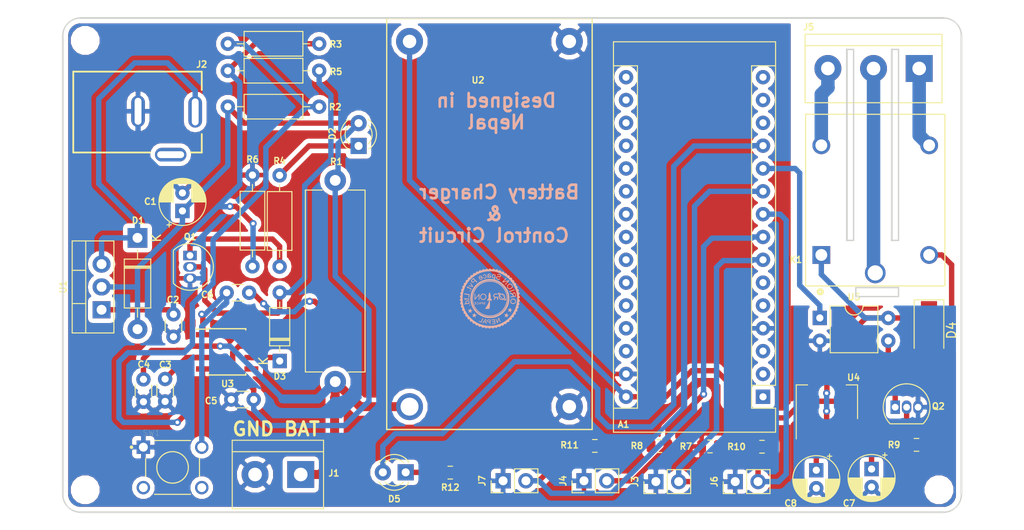
<source format=kicad_pcb>
(kicad_pcb (version 20171130) (host pcbnew "(5.0.1)-3")
  (layers (0 F.Cu signal) (31 B.Cu signal) (34 B.Paste user) (35 F.Paste user) (36 B.SilkS user) (37 F.SilkS user) (38 B.Mask user) (39 F.Mask user) (44 Edge.Cuts user))
  (net 0 "")
  (net 1 "Net-(Q1-Pad1)")
  (net 2 GND)
  (net 3 LOGIC-OUTPUT)
  (net 4 "Net-(Q2-Pad2)")
  (net 5 GEN1)
  (net 6 GEN2)
  (net 7 NEA)
  (net 8 BUSBAR)
  (net 9 "Net-(C1-Pad1)")
  (net 10 "Net-(C2-Pad1)")
  (net 11 "Net-(C3-Pad1)")
  (net 12 "Net-(C6-Pad2)")
  (net 13 "Net-(C6-Pad1)")
  (net 14 "Net-(D1-Pad1)")
  (net 15 "Net-(D2-Pad1)")
  (net 16 "Net-(D3-Pad1)")
  (net 17 "Net-(D3-Pad2)")
  (net 18 "Net-(D4-Pad2)")
  (net 19 BAT)
  (net 20 7V)
  (net 21 5V)
  (net 22 "Net-(J5-Pad1)")
  (net 23 "Net-(R9-Pad2)")
  (net 24 "Net-(A1-Pad12)")
  (net 25 "Net-(D5-Pad1)")
  (net 26 "Net-(J5-Pad2)")
  (net 27 "Net-(J5-Pad3)")
  (module MountingHole:MountingHole_2.2mm_M2 (layer F.Cu) (at 185.5 112.5)
    (fp_text reference MH3 hide)
    (fp_text value MountingHole_2.2mm_M2)
    (pad 1 np_thru_hole circle (at 0 0) (size 2.2 2.2) (drill 2.2) (layers *.Cu *.Mask))
  )
  (module MountingHole:MountingHole_2.2mm_M2 (layer F.Cu) (at 90.5 62.5)
    (fp_text reference MH2 hide)
    (fp_text value MountingHole_2.2mm_M2)
    (pad 1 np_thru_hole circle (at 0 0) (size 2.2 2.2) (drill 2.2) (layers *.Cu *.Mask))
  )
  (module Module:Arduino_Nano (layer F.Cu) (at 165.92 102.15 180)
    (fp_text reference A1 (at 15.51 -3.08 180) (layer F.SilkS) (effects (font (size 0.7 0.7))))
    (fp_text value Arduino_Nano_v3.x)
    (pad 1 thru_hole rect (at 0 0 180) (size 1.6 1.6) (drill 0.8) (layers *.Cu *.Mask))
    (pad 17 thru_hole oval (at 15.24 33.02 180) (size 1.6 1.6) (drill 0.8) (layers *.Cu *.Mask))
    (pad 2 thru_hole oval (at 0 2.54 180) (size 1.6 1.6) (drill 0.8) (layers *.Cu *.Mask))
    (pad 18 thru_hole oval (at 15.24 30.48 180) (size 1.6 1.6) (drill 0.8) (layers *.Cu *.Mask))
    (pad 3 thru_hole oval (at 0 5.08 180) (size 1.6 1.6) (drill 0.8) (layers *.Cu *.Mask))
    (pad 19 thru_hole oval (at 15.24 27.94 180) (size 1.6 1.6) (drill 0.8) (layers *.Cu *.Mask))
    (pad 4 thru_hole oval (at 0 7.62 180) (size 1.6 1.6) (drill 0.8) (layers *.Cu *.Mask) (net 2 GND))
    (pad 20 thru_hole oval (at 15.24 25.4 180) (size 1.6 1.6) (drill 0.8) (layers *.Cu *.Mask))
    (pad 5 thru_hole oval (at 0 10.16 180) (size 1.6 1.6) (drill 0.8) (layers *.Cu *.Mask))
    (pad 21 thru_hole oval (at 15.24 22.86 180) (size 1.6 1.6) (drill 0.8) (layers *.Cu *.Mask))
    (pad 6 thru_hole oval (at 0 12.7 180) (size 1.6 1.6) (drill 0.8) (layers *.Cu *.Mask))
    (pad 22 thru_hole oval (at 15.24 20.32 180) (size 1.6 1.6) (drill 0.8) (layers *.Cu *.Mask))
    (pad 7 thru_hole oval (at 0 15.24 180) (size 1.6 1.6) (drill 0.8) (layers *.Cu *.Mask) (net 5 GEN1))
    (pad 23 thru_hole oval (at 15.24 17.78 180) (size 1.6 1.6) (drill 0.8) (layers *.Cu *.Mask))
    (pad 8 thru_hole oval (at 0 17.78 180) (size 1.6 1.6) (drill 0.8) (layers *.Cu *.Mask) (net 6 GEN2))
    (pad 24 thru_hole oval (at 15.24 15.24 180) (size 1.6 1.6) (drill 0.8) (layers *.Cu *.Mask))
    (pad 9 thru_hole oval (at 0 20.32 180) (size 1.6 1.6) (drill 0.8) (layers *.Cu *.Mask) (net 7 NEA))
    (pad 25 thru_hole oval (at 15.24 12.7 180) (size 1.6 1.6) (drill 0.8) (layers *.Cu *.Mask))
    (pad 10 thru_hole oval (at 0 22.86 180) (size 1.6 1.6) (drill 0.8) (layers *.Cu *.Mask) (net 8 BUSBAR))
    (pad 26 thru_hole oval (at 15.24 10.16 180) (size 1.6 1.6) (drill 0.8) (layers *.Cu *.Mask))
    (pad 11 thru_hole oval (at 0 25.4 180) (size 1.6 1.6) (drill 0.8) (layers *.Cu *.Mask) (net 3 LOGIC-OUTPUT))
    (pad 27 thru_hole oval (at 15.24 7.62 180) (size 1.6 1.6) (drill 0.8) (layers *.Cu *.Mask))
    (pad 12 thru_hole oval (at 0 27.94 180) (size 1.6 1.6) (drill 0.8) (layers *.Cu *.Mask) (net 24 "Net-(A1-Pad12)"))
    (pad 28 thru_hole oval (at 15.24 5.08 180) (size 1.6 1.6) (drill 0.8) (layers *.Cu *.Mask))
    (pad 13 thru_hole oval (at 0 30.48 180) (size 1.6 1.6) (drill 0.8) (layers *.Cu *.Mask))
    (pad 29 thru_hole oval (at 15.24 2.54 180) (size 1.6 1.6) (drill 0.8) (layers *.Cu *.Mask) (net 2 GND))
    (pad 14 thru_hole oval (at 0 33.02 180) (size 1.6 1.6) (drill 0.8) (layers *.Cu *.Mask))
    (pad 30 thru_hole oval (at 15.24 0 180) (size 1.6 1.6) (drill 0.8) (layers *.Cu *.Mask) (net 20 7V))
    (pad 15 thru_hole oval (at 0 35.56 180) (size 1.6 1.6) (drill 0.8) (layers *.Cu *.Mask))
    (pad 16 thru_hole oval (at 15.24 35.56 180) (size 1.6 1.6) (drill 0.8) (layers *.Cu *.Mask))
  )
  (module Capacitor_THT:CP_Radial_D5.0mm_P2.00mm (layer F.Cu) (at 101.32 81.47 90)
    (fp_text reference C1 (at 1.05 -3.57 180) (layer F.SilkS) (effects (font (size 0.7 0.7))))
    (fp_text value CP)
    (pad 1 thru_hole rect (at 0 0 90) (size 1.6 1.6) (drill 0.8) (layers *.Cu *.Mask) (net 9 "Net-(C1-Pad1)"))
    (pad 2 thru_hole circle (at 2 0 90) (size 1.6 1.6) (drill 0.8) (layers *.Cu *.Mask) (net 2 GND))
  )
  (module Capacitor_THT:C_Disc_D3.0mm_W1.6mm_P2.50mm (layer F.Cu) (at 100.32 92.97 270)
    (fp_text reference C2 (at -1.61 0.05) (layer F.SilkS) (effects (font (size 0.7 0.7))))
    (fp_text value C_Small)
    (pad 1 thru_hole circle (at 0 0 270) (size 1.6 1.6) (drill 0.8) (layers *.Cu *.Mask) (net 10 "Net-(C2-Pad1)"))
    (pad 2 thru_hole circle (at 2.5 0 270) (size 1.6 1.6) (drill 0.8) (layers *.Cu *.Mask) (net 2 GND))
  )
  (module Capacitor_THT:C_Disc_D3.0mm_W1.6mm_P2.50mm (layer F.Cu) (at 99.39 100.17 270)
    (fp_text reference C3 (at -1.58 -0.02) (layer F.SilkS) (effects (font (size 0.7 0.7))))
    (fp_text value 10pf)
    (pad 1 thru_hole circle (at 0 0 270) (size 1.6 1.6) (drill 0.8) (layers *.Cu *.Mask) (net 11 "Net-(C3-Pad1)"))
    (pad 2 thru_hole circle (at 2.5 0 270) (size 1.6 1.6) (drill 0.8) (layers *.Cu *.Mask) (net 2 GND))
  )
  (module Capacitor_THT:C_Disc_D3.0mm_W1.6mm_P2.50mm (layer F.Cu) (at 96.98 100.21 270)
    (fp_text reference C4 (at -1.66 -0.04) (layer F.SilkS) (effects (font (size 0.7 0.7))))
    (fp_text value C_Small)
    (pad 2 thru_hole circle (at 2.5 0 270) (size 1.6 1.6) (drill 0.8) (layers *.Cu *.Mask) (net 2 GND))
    (pad 1 thru_hole circle (at 0 0 270) (size 1.6 1.6) (drill 0.8) (layers *.Cu *.Mask) (net 19 BAT))
  )
  (module Capacitor_THT:C_Disc_D3.0mm_W1.6mm_P2.50mm (layer F.Cu) (at 109.25 102.46 180)
    (fp_text reference C5 (at 4.74 -0.14 180) (layer F.SilkS) (effects (font (size 0.7 0.7))))
    (fp_text value 100nf)
    (pad 2 thru_hole circle (at 2.5 0 180) (size 1.6 1.6) (drill 0.8) (layers *.Cu *.Mask) (net 2 GND))
    (pad 1 thru_hole circle (at 0 0 180) (size 1.6 1.6) (drill 0.8) (layers *.Cu *.Mask) (net 9 "Net-(C1-Pad1)"))
  )
  (module Capacitor_THT:C_Disc_D3.0mm_W1.6mm_P2.50mm (layer F.Cu) (at 106.24 90.57)
    (fp_text reference C6 (at -2.15 0.22) (layer F.SilkS) (effects (font (size 0.7 0.7))))
    (fp_text value C_Small)
    (pad 1 thru_hole circle (at 0 0) (size 1.6 1.6) (drill 0.8) (layers *.Cu *.Mask) (net 13 "Net-(C6-Pad1)"))
    (pad 2 thru_hole circle (at 2.5 0) (size 1.6 1.6) (drill 0.8) (layers *.Cu *.Mask) (net 12 "Net-(C6-Pad2)"))
  )
  (module Capacitor_THT:CP_Radial_D5.0mm_P2.00mm (layer F.Cu) (at 178 110.19 270)
    (fp_text reference C7 (at 3.81 2.5) (layer F.SilkS) (effects (font (size 0.7 0.7))))
    (fp_text value CP)
    (pad 1 thru_hole rect (at 0 0 270) (size 1.6 1.6) (drill 0.8) (layers *.Cu *.Mask) (net 20 7V))
    (pad 2 thru_hole circle (at 2 0 270) (size 1.6 1.6) (drill 0.8) (layers *.Cu *.Mask) (net 2 GND))
  )
  (module Capacitor_THT:CP_Radial_D5.0mm_P2.00mm (layer F.Cu) (at 171.85 110.32 270)
    (fp_text reference C8 (at 3.68 2.85) (layer F.SilkS) (effects (font (size 0.7 0.7))))
    (fp_text value CP)
    (pad 2 thru_hole circle (at 2 0 270) (size 1.6 1.6) (drill 0.8) (layers *.Cu *.Mask) (net 2 GND))
    (pad 1 thru_hole rect (at 0 0 270) (size 1.6 1.6) (drill 0.8) (layers *.Cu *.Mask) (net 21 5V))
  )
  (module Diode_THT:D_DO-41_SOD81_P10.16mm_Horizontal (layer F.Cu) (at 96.32 84.47 270)
    (fp_text reference D1 (at -1.93 -0.06) (layer F.SilkS) (effects (font (size 0.7 0.7))))
    (fp_text value 1N4007)
    (fp_text user K (at 0 -2.1 270) (layer F.SilkS))
    (pad 1 thru_hole rect (at 0 0 270) (size 2.2 2.2) (drill 1.1) (layers *.Cu *.Mask) (net 14 "Net-(D1-Pad1)"))
    (pad 2 thru_hole oval (at 10.16 0 270) (size 2.2 2.2) (drill 1.1) (layers *.Cu *.Mask) (net 9 "Net-(C1-Pad1)"))
  )
  (module LED_THT:LED_D3.0mm (layer F.Cu) (at 120.92 74.24 90)
    (fp_text reference D2 (at 1.36 -2.92 90) (layer F.SilkS) (effects (font (size 0.7 0.7))))
    (fp_text value LED)
    (pad 1 thru_hole rect (at 0 0 90) (size 1.8 1.8) (drill 0.9) (layers *.Cu *.Mask) (net 15 "Net-(D2-Pad1)"))
    (pad 2 thru_hole circle (at 2.54 0 90) (size 1.8 1.8) (drill 0.9) (layers *.Cu *.Mask) (net 9 "Net-(C1-Pad1)"))
  )
  (module Diode_THT:D_DO-35_SOD27_P7.62mm_Horizontal (layer F.Cu) (at 112.14 98.17 90)
    (fp_text reference D3 (at -1.7 0.01 180) (layer F.SilkS) (effects (font (size 0.7 0.7))))
    (fp_text value 1N4148)
    (fp_text user K (at 0 -1.8 90) (layer F.SilkS))
    (pad 1 thru_hole rect (at 0 0 90) (size 1.6 1.6) (drill 0.8) (layers *.Cu *.Mask) (net 16 "Net-(D3-Pad1)"))
    (pad 2 thru_hole oval (at 7.62 0 90) (size 1.6 1.6) (drill 0.8) (layers *.Cu *.Mask) (net 17 "Net-(D3-Pad2)"))
  )
  (module TerminalBlock:TerminalBlock_bornier-2_P5.08mm (layer F.Cu) (at 114.48 110.8 180)
    (fp_text reference J1 (at -3.69 0.15 180) (layer F.SilkS) (effects (font (size 0.7 0.7))))
    (fp_text value BATTERY)
    (pad 1 thru_hole rect (at 0 0 180) (size 3 3) (drill 1.52) (layers *.Cu *.Mask) (net 19 BAT))
    (pad 2 thru_hole circle (at 5.08 0 180) (size 3 3) (drill 1.52) (layers *.Cu *.Mask) (net 2 GND))
  )
  (module Connector_PinHeader_2.54mm:PinHeader_1x02_P2.54mm_Vertical (layer F.Cu) (at 154 111.59 90)
    (fp_text reference J3 (at 0 -2.33 90) (layer F.SilkS) (effects (font (size 0.7 0.7))))
    (fp_text value GENERATOR-1)
    (pad 1 thru_hole rect (at 0 0 90) (size 1.7 1.7) (drill 1) (layers *.Cu *.Mask) (net 2 GND))
    (pad 2 thru_hole oval (at 0 2.54 90) (size 1.7 1.7) (drill 1) (layers *.Cu *.Mask) (net 5 GEN1))
  )
  (module Connector_PinHeader_2.54mm:PinHeader_1x02_P2.54mm_Vertical (layer F.Cu) (at 146 111.5 90)
    (fp_text reference J4 (at 0 -2.33 90) (layer F.SilkS) (effects (font (size 0.7 0.7))))
    (fp_text value GENERATOR-2)
    (pad 2 thru_hole oval (at 0 2.54 90) (size 1.7 1.7) (drill 1) (layers *.Cu *.Mask) (net 6 GEN2))
    (pad 1 thru_hole rect (at 0 0 90) (size 1.7 1.7) (drill 1) (layers *.Cu *.Mask) (net 2 GND))
  )
  (module Connector_PinHeader_2.54mm:PinHeader_1x02_P2.54mm_Vertical (layer F.Cu) (at 162.83 111.59 90)
    (fp_text reference J6 (at 0 -2.33 90) (layer F.SilkS) (effects (font (size 0.7 0.7))))
    (fp_text value NEA)
    (pad 1 thru_hole rect (at 0 0 90) (size 1.7 1.7) (drill 1) (layers *.Cu *.Mask) (net 2 GND))
    (pad 2 thru_hole oval (at 0 2.54 90) (size 1.7 1.7) (drill 1) (layers *.Cu *.Mask) (net 7 NEA))
  )
  (module Connector_PinHeader_2.54mm:PinHeader_1x02_P2.54mm_Vertical (layer F.Cu) (at 137 111.5 90)
    (fp_text reference J7 (at 0 -2.33 90) (layer F.SilkS) (effects (font (size 0.7 0.7))))
    (fp_text value BUSBAR)
    (pad 2 thru_hole oval (at 0 2.54 90) (size 1.7 1.7) (drill 1) (layers *.Cu *.Mask) (net 8 BUSBAR))
    (pad 1 thru_hole rect (at 0 0 90) (size 1.7 1.7) (drill 1) (layers *.Cu *.Mask) (net 2 GND))
  )
  (module SRD-05VDC-SL-C-7:RELAY_SRD-05VDC-SL-C-2 (layer F.Cu) (at 178.41 80.27 90)
    (fp_text reference K1 (at -6.62563 -8.83584 -180) (layer F.SilkS) (effects (font (size 0.7 0.7))))
    (fp_text value SRD-05VDC-SL-C)
    (pad A1 thru_hole rect (at -6.1 -6 90) (size 1.98 1.98) (drill 1.32) (layers *.Cu *.Mask) (net 21 5V))
    (pad COM thru_hole circle (at -8.1 0 90) (size 2.3 2.3) (drill 1.7) (layers *.Cu *.Mask) (net 26 "Net-(J5-Pad2)"))
    (pad A2 thru_hole circle (at -6.1 6 90) (size 1.98 1.98) (drill 1.32) (layers *.Cu *.Mask) (net 18 "Net-(D4-Pad2)"))
    (pad NO thru_hole circle (at 6.1 6 90) (size 1.98 1.98) (drill 1.32) (layers *.Cu *.Mask) (net 22 "Net-(J5-Pad1)"))
    (pad NC thru_hole circle (at 6.1 -6 90) (size 1.98 1.98) (drill 1.32) (layers *.Cu *.Mask) (net 27 "Net-(J5-Pad3)"))
  )
  (module Package_TO_SOT_THT:TO-92_Inline (layer F.Cu) (at 102.16 86.43 270)
    (fp_text reference Q1 (at -2.07 -0.02) (layer F.SilkS) (effects (font (size 0.7 0.7))))
    (fp_text value 2N3906)
    (pad 2 thru_hole oval (at 1.27 0 270) (size 1.05 1.5) (drill 0.75) (layers *.Cu *.Mask) (net 17 "Net-(D3-Pad2)"))
    (pad 3 thru_hole oval (at 2.54 0 270) (size 1.05 1.5) (drill 0.75) (layers *.Cu *.Mask) (net 2 GND))
    (pad 1 thru_hole rect (at 0 0 270) (size 1.05 1.5) (drill 0.75) (layers *.Cu *.Mask) (net 1 "Net-(Q1-Pad1)"))
  )
  (module Package_TO_SOT_THT:TO-92_Inline (layer F.Cu) (at 180.63 103.31)
    (fp_text reference Q2 (at 4.8 -0.1) (layer F.SilkS) (effects (font (size 0.7 0.7))))
    (fp_text value BC547)
    (pad 1 thru_hole rect (at 0 0) (size 1.05 1.5) (drill 0.75) (layers *.Cu *.Mask) (net 18 "Net-(D4-Pad2)"))
    (pad 3 thru_hole oval (at 2.54 0) (size 1.05 1.5) (drill 0.75) (layers *.Cu *.Mask) (net 2 GND))
    (pad 2 thru_hole oval (at 1.27 0) (size 1.05 1.5) (drill 0.75) (layers *.Cu *.Mask) (net 4 "Net-(Q2-Pad2)"))
  )
  (module Resistor_THT:R_Axial_Power_L20.0mm_W6.4mm_P22.40mm (layer F.Cu) (at 118.32 100.47 90)
    (fp_text reference R1 (at 24.48 0.12 180) (layer F.SilkS) (effects (font (size 0.7 0.7))))
    (fp_text value R_Small)
    (pad 1 thru_hole circle (at 0 0 90) (size 2.4 2.4) (drill 1.2) (layers *.Cu *.Mask) (net 19 BAT))
    (pad 2 thru_hole oval (at 22.4 0 90) (size 2.4 2.4) (drill 1.2) (layers *.Cu *.Mask) (net 9 "Net-(C1-Pad1)"))
  )
  (module Resistor_THT:R_Axial_DIN0207_L6.3mm_D2.5mm_P10.16mm_Horizontal (layer F.Cu) (at 106.37 69.87)
    (fp_text reference R2 (at 11.95 0.04) (layer F.SilkS) (effects (font (size 0.7 0.7))))
    (fp_text value R_Small)
    (pad 1 thru_hole circle (at 0 0) (size 1.6 1.6) (drill 0.8) (layers *.Cu *.Mask) (net 9 "Net-(C1-Pad1)"))
    (pad 2 thru_hole oval (at 10.16 0) (size 1.6 1.6) (drill 0.8) (layers *.Cu *.Mask) (net 11 "Net-(C3-Pad1)"))
  )
  (module Resistor_THT:R_Axial_DIN0207_L6.3mm_D2.5mm_P10.16mm_Horizontal (layer F.Cu) (at 106.37 62.87)
    (fp_text reference R3 (at 12.02 0.05) (layer F.SilkS) (effects (font (size 0.7 0.7))))
    (fp_text value R_Small)
    (pad 1 thru_hole circle (at 0 0) (size 1.6 1.6) (drill 0.8) (layers *.Cu *.Mask) (net 11 "Net-(C3-Pad1)"))
    (pad 2 thru_hole oval (at 10.16 0) (size 1.6 1.6) (drill 0.8) (layers *.Cu *.Mask) (net 10 "Net-(C2-Pad1)"))
  )
  (module Resistor_THT:R_Axial_DIN0207_L6.3mm_D2.5mm_P10.16mm_Horizontal (layer F.Cu) (at 112.13 77.51 270)
    (fp_text reference R4 (at -1.6 0) (layer F.SilkS) (effects (font (size 0.7 0.7))))
    (fp_text value R)
    (pad 1 thru_hole circle (at 0 0 270) (size 1.6 1.6) (drill 0.8) (layers *.Cu *.Mask) (net 15 "Net-(D2-Pad1)"))
    (pad 2 thru_hole oval (at 10.16 0 270) (size 1.6 1.6) (drill 0.8) (layers *.Cu *.Mask) (net 1 "Net-(Q1-Pad1)"))
  )
  (module Resistor_THT:R_Axial_DIN0207_L6.3mm_D2.5mm_P10.16mm_Horizontal (layer F.Cu) (at 106.37 65.87)
    (fp_text reference R5 (at 12.04 0.11) (layer F.SilkS) (effects (font (size 0.7 0.7))))
    (fp_text value R)
    (pad 2 thru_hole oval (at 10.16 0) (size 1.6 1.6) (drill 0.8) (layers *.Cu *.Mask) (net 17 "Net-(D3-Pad2)"))
    (pad 1 thru_hole circle (at 0 0) (size 1.6 1.6) (drill 0.8) (layers *.Cu *.Mask) (net 10 "Net-(C2-Pad1)"))
  )
  (module Resistor_THT:R_Axial_DIN0207_L6.3mm_D2.5mm_P10.16mm_Horizontal (layer F.Cu) (at 109.11 87.64 90)
    (fp_text reference R6 (at 11.9 0.01 180) (layer F.SilkS) (effects (font (size 0.7 0.7))))
    (fp_text value R)
    (pad 2 thru_hole oval (at 10.16 0 90) (size 1.6 1.6) (drill 0.8) (layers *.Cu *.Mask) (net 2 GND))
    (pad 1 thru_hole circle (at 0 0 90) (size 1.6 1.6) (drill 0.8) (layers *.Cu *.Mask) (net 10 "Net-(C2-Pad1)"))
  )
  (module Resistor_SMD:R_0805_2012Metric (layer F.Cu) (at 160.03 107.68 180)
    (fp_text reference R7 (at 2.69 0 180) (layer F.SilkS) (effects (font (size 0.7 0.7))))
    (fp_text value 10K)
    (pad 1 smd roundrect (at -0.9375 0 180) (size 0.975 1.4) (layers F.Cu F.Paste F.Mask) (net 5 GEN1))
    (pad 2 smd roundrect (at 0.9375 0 180) (size 0.975 1.4) (layers F.Cu F.Paste F.Mask) (net 2 GND))
  )
  (module Resistor_SMD:R_0805_2012Metric (layer F.Cu) (at 154.402 107.64 180)
    (fp_text reference R8 (at 2.52 0.03 180) (layer F.SilkS) (effects (font (size 0.7 0.7))))
    (fp_text value 10K)
    (pad 2 smd roundrect (at 0.9375 0 180) (size 0.975 1.4) (layers F.Cu F.Paste F.Mask) (net 2 GND))
    (pad 1 smd roundrect (at -0.9375 0 180) (size 0.975 1.4) (layers F.Cu F.Paste F.Mask) (net 6 GEN2))
  )
  (module Resistor_SMD:R_0805_2012Metric (layer F.Cu) (at 183 107.5 180)
    (fp_text reference R9 (at 2.5 0) (layer F.SilkS) (effects (font (size 0.7 0.7))))
    (fp_text value 1K)
    (pad 1 smd roundrect (at -0.9375 0 180) (size 0.975 1.4) (layers F.Cu F.Paste F.Mask) (net 4 "Net-(Q2-Pad2)"))
    (pad 2 smd roundrect (at 0.9375 0 180) (size 0.975 1.4) (layers F.Cu F.Paste F.Mask) (net 23 "Net-(R9-Pad2)"))
  )
  (module Resistor_SMD:R_0805_2012Metric (layer F.Cu) (at 165.81 107.71 180)
    (fp_text reference R10 (at 2.84 0 180) (layer F.SilkS) (effects (font (size 0.7 0.7))))
    (fp_text value 10K)
    (pad 1 smd roundrect (at -0.9375 0 180) (size 0.975 1.4) (layers F.Cu F.Paste F.Mask) (net 7 NEA))
    (pad 2 smd roundrect (at 0.9375 0 180) (size 0.975 1.4) (layers F.Cu F.Paste F.Mask) (net 2 GND))
  )
  (module Resistor_SMD:R_0805_2012Metric (layer F.Cu) (at 147.208 107.62 180)
    (fp_text reference R11 (at 2.8075 0.09 180) (layer F.SilkS) (effects (font (size 0.7 0.7))))
    (fp_text value 10K)
    (pad 2 smd roundrect (at 0.9375 0 180) (size 0.975 1.4) (layers F.Cu F.Paste F.Mask) (net 2 GND))
    (pad 1 smd roundrect (at -0.9375 0 180) (size 0.975 1.4) (layers F.Cu F.Paste F.Mask) (net 8 BUSBAR))
  )
  (module Package_SO:SOIC-8_3.9x4.9mm_P1.27mm (layer F.Cu) (at 106.29 97.15)
    (fp_text reference U3 (at 0.05 3.55) (layer F.SilkS) (effects (font (size 0.7 0.7))))
    (fp_text value LM301)
    (pad 1 smd rect (at -2.7 -1.905) (size 1.55 0.6) (layers F.Cu F.Paste F.Mask) (net 13 "Net-(C6-Pad1)"))
    (pad 2 smd rect (at -2.7 -0.635) (size 1.55 0.6) (layers F.Cu F.Paste F.Mask) (net 19 BAT))
    (pad 3 smd rect (at -2.7 0.635) (size 1.55 0.6) (layers F.Cu F.Paste F.Mask) (net 11 "Net-(C3-Pad1)"))
    (pad 4 smd rect (at -2.7 1.905) (size 1.55 0.6) (layers F.Cu F.Paste F.Mask) (net 2 GND))
    (pad 5 smd rect (at 2.7 1.905) (size 1.55 0.6) (layers F.Cu F.Paste F.Mask))
    (pad 6 smd rect (at 2.7 0.635) (size 1.55 0.6) (layers F.Cu F.Paste F.Mask) (net 16 "Net-(D3-Pad1)"))
    (pad 7 smd rect (at 2.7 -0.635) (size 1.55 0.6) (layers F.Cu F.Paste F.Mask) (net 9 "Net-(C1-Pad1)"))
    (pad 8 smd rect (at 2.7 -1.905) (size 1.55 0.6) (layers F.Cu F.Paste F.Mask) (net 12 "Net-(C6-Pad2)"))
  )
  (module Package_TO_SOT_SMD:SOT-223-3_TabPin2 (layer F.Cu) (at 173.03 102.74 90)
    (fp_text reference U4 (at 2.74 2.97 180) (layer F.SilkS) (effects (font (size 0.7 0.7))))
    (fp_text value AMS1117-5.0)
    (pad 2 smd rect (at 3.15 0 90) (size 2 3.8) (layers F.Cu F.Paste F.Mask) (net 21 5V))
    (pad 2 smd rect (at -3.15 0 90) (size 2 1.5) (layers F.Cu F.Paste F.Mask) (net 21 5V))
    (pad 3 smd rect (at -3.15 2.3 90) (size 2 1.5) (layers F.Cu F.Paste F.Mask) (net 20 7V))
    (pad 1 smd rect (at -3.15 -2.3 90) (size 2 1.5) (layers F.Cu F.Paste F.Mask) (net 2 GND))
  )
  (module Package_DIP:DIP-4_W7.62mm (layer F.Cu) (at 172.24 93.38)
    (fp_text reference U5 (at 3.81 -2.33) (layer F.SilkS) (effects (font (size 0.7 0.7))))
    (fp_text value PC817)
    (pad 1 thru_hole rect (at 0 0) (size 1.6 1.6) (drill 0.8) (layers *.Cu *.Mask) (net 3 LOGIC-OUTPUT))
    (pad 3 thru_hole oval (at 7.62 2.54) (size 1.6 1.6) (drill 0.8) (layers *.Cu *.Mask) (net 23 "Net-(R9-Pad2)"))
    (pad 2 thru_hole oval (at 0 2.54) (size 1.6 1.6) (drill 0.8) (layers *.Cu *.Mask) (net 2 GND))
    (pad 4 thru_hole oval (at 7.62 0) (size 1.6 1.6) (drill 0.8) (layers *.Cu *.Mask) (net 21 5V))
  )
  (module Buck_3A:DCJ200-10-A-XX-X_REVA (layer F.Cu) (at 96.32 70.47 270)
    (fp_text reference J2 (at -5.31 -7.14) (layer F.SilkS) (effects (font (size 0.7 0.7))))
    (fp_text value Jack-DC)
    (pad 3 smd rect (at 4.2 -3.65 270) (size 0.1 0.1) (layers F.Cu))
    (pad 1 thru_hole oval (at -0.02 -6.42 270) (size 3.5 1.524) (drill oval 3 0.762) (layers *.Cu *.Mask) (net 14 "Net-(D1-Pad1)"))
    (pad 2 thru_hole oval (at -0.09 -0.06 270) (size 3.5 1.524) (drill oval 3 0.762) (layers *.Cu *.Mask) (net 2 GND))
    (pad 3 thru_hole oval (at 4.74 -3.69) (size 3.5 1.524) (drill oval 3 0.762) (layers *.Cu *.Mask))
  )
  (module Buck_3A:Buck_3A-2 (layer F.Cu) (at 134.21 66.42)
    (fp_text reference U2 (at 0 0.5) (layer F.SilkS) (effects (font (size 0.7 0.7))))
    (fp_text value Buck_3A)
    (pad 4 thru_hole circle (at 10.16 36.83) (size 3 3) (drill 1.5) (layers *.Cu *.Mask) (net 2 GND))
    (pad 3 thru_hole circle (at -7.62 36.83) (size 3 3) (drill 2) (layers *.Cu *.Mask) (net 19 BAT))
    (pad 2 thru_hole circle (at 10.16 -3.81) (size 3 3) (drill 1.5) (layers *.Cu *.Mask) (net 2 GND))
    (pad 1 thru_hole circle (at -7.62 -3.81) (size 3 3) (drill 1.5) (layers *.Cu *.Mask) (net 20 7V))
  )
  (module Package_TO_SOT_THT:TO-220-3_Vertical (layer F.Cu) (at 92.32 92.47 90)
    (fp_text reference U1 (at 2.54 -4.27 90) (layer F.SilkS) (effects (font (size 0.7 0.7))))
    (fp_text value LM338T)
    (pad 1 thru_hole rect (at 0 0 90) (size 1.905 2) (drill 1.1) (layers *.Cu *.Mask) (net 10 "Net-(C2-Pad1)"))
    (pad 2 thru_hole oval (at 2.54 0 90) (size 1.905 2) (drill 1.1) (layers *.Cu *.Mask) (net 9 "Net-(C1-Pad1)"))
    (pad 3 thru_hole oval (at 5.08 0 90) (size 1.905 2) (drill 1.1) (layers *.Cu *.Mask) (net 14 "Net-(D1-Pad1)"))
  )
  (module LED_THT:LED_D3.0mm (layer F.Cu) (at 126.16 110.56 180)
    (fp_text reference D5 (at 1.27 -2.96 180) (layer F.SilkS) (effects (font (size 0.7 0.7))))
    (fp_text value LED)
    (pad 1 thru_hole rect (at 0 0 180) (size 1.8 1.8) (drill 0.9) (layers *.Cu *.Mask) (net 25 "Net-(D5-Pad1)"))
    (pad 2 thru_hole circle (at 2.54 0 180) (size 1.8 1.8) (drill 0.9) (layers *.Cu *.Mask) (net 24 "Net-(A1-Pad12)"))
  )
  (module TerminalBlock:TerminalBlock_bornier-3_P5.08mm (layer F.Cu) (at 183.3 65.62 180)
    (fp_text reference J5 (at 12.3 4.62 180) (layer F.SilkS) (effects (font (size 0.7 0.7))))
    (fp_text value Relay-Out)
    (pad 1 thru_hole rect (at 0 0 180) (size 3 3) (drill 1.52) (layers *.Cu *.Mask) (net 22 "Net-(J5-Pad1)"))
    (pad 2 thru_hole circle (at 5.08 0 180) (size 3 3) (drill 1.52) (layers *.Cu *.Mask) (net 26 "Net-(J5-Pad2)"))
    (pad 3 thru_hole circle (at 10.16 0 180) (size 3 3) (drill 1.52) (layers *.Cu *.Mask) (net 27 "Net-(J5-Pad3)"))
  )
  (module Resistor_SMD:R_0805_2012Metric (layer F.Cu) (at 131.12 110.59 180)
    (fp_text reference R12 (at 0 -1.65 180) (layer F.SilkS) (effects (font (size 0.7 0.7))))
    (fp_text value 1K)
    (pad 1 smd roundrect (at -0.9375 0 180) (size 0.975 1.4) (layers F.Cu F.Paste F.Mask) (net 2 GND))
    (pad 2 smd roundrect (at 0.9375 0 180) (size 0.975 1.4) (layers F.Cu F.Paste F.Mask) (net 25 "Net-(D5-Pad1)"))
  )
  (module Diode_SMD:D_SMA (layer F.Cu) (at 184.39 94.76 270)
    (fp_text reference D4 (at 0 -2.5 270) (layer F.SilkS))
    (fp_text value D)
    (pad 1 smd rect (at -2 0 270) (size 2.5 1.8) (layers F.Cu F.Paste F.Mask) (net 21 5V))
    (pad 2 smd rect (at 2 0 270) (size 2.5 1.8) (layers F.Cu F.Paste F.Mask) (net 18 "Net-(D4-Pad2)"))
  )
  (module push-switch2:TE_1825910-2 (layer F.Cu) (at 96.97 107.76)
    (fp_text reference SW1 (at 0.89115 -1.592046) (layer F.SilkS) (effects (font (size 0.630734 0.630734) (thickness 0.015))))
    (fp_text value SW_Push)
    (pad 3 thru_hole circle (at 0 4.5) (size 1.498 1.498) (drill 0.99) (layers *.Cu *.Mask))
    (pad 1 thru_hole rect (at 0 0) (size 1.498 1.498) (drill 0.99) (layers *.Cu *.Mask) (net 2 GND))
    (pad 4 thru_hole circle (at 6.5 4.5) (size 1.498 1.498) (drill 0.99) (layers *.Cu *.Mask))
    (pad 2 thru_hole circle (at 6.5 0) (size 1.498 1.498) (drill 0.99) (layers *.Cu *.Mask) (net 13 "Net-(C6-Pad1)"))
  )
  (module MountingHole:MountingHole_2.2mm_M2 (layer F.Cu) (at 90.5 112.5)
    (fp_text reference MH1 hide)
    (fp_text value MountingHole_2.2mm_M2)
    (pad 1 np_thru_hole circle (at 0 0) (size 2.2 2.2) (drill 2.2) (layers *.Cu *.Mask))
  )
  (module NepalPQLogo:orion-space-logo_small2 (layer B.Cu) (at 135.52 91.21 180)
    (fp_text reference G*** hide)
    (fp_text value LOGO hide)
  )
  (gr_text "Designed in\nNepal" (at 136.24 70.39) (layer B.SilkS) (effects (font (size 1.5 1.5) (thickness 0.3)) (justify mirror)))
  (gr_text "Battery Charger \n&\nControl Circuit" (at 136 81.79) (layer B.SilkS) (effects (font (size 1.5 1.5) (thickness 0.3)) (justify mirror)))
  (gr_line (start 176.25 91) (end 176.25 90) (layer Edge.Cuts) (width 0.15))
  (gr_line (start 181 91) (end 176.25 91) (layer Edge.Cuts) (width 0.15))
  (gr_line (start 181 90) (end 181 91) (layer Edge.Cuts) (width 0.15))
  (gr_line (start 176.25 90) (end 181 90) (layer Edge.Cuts) (width 0.15))
  (gr_line (start 180.25 63.5) (end 180.25 84.75) (layer Edge.Cuts) (width 0.2))
  (gr_line (start 181 63.5) (end 181 84.75) (layer Edge.Cuts) (width 0.15))
  (gr_line (start 180.25 63.5) (end 181 63.5) (layer Edge.Cuts) (width 0.15))
  (gr_line (start 181 84.75) (end 180.25 84.75) (layer Edge.Cuts) (width 0.15))
  (gr_line (start 176 84.75) (end 175.25 84.75) (layer Edge.Cuts) (width 0.15))
  (gr_line (start 176 63.5) (end 176 84.75) (layer Edge.Cuts) (width 0.15))
  (gr_line (start 175.25 63.5) (end 176 63.5) (layer Edge.Cuts) (width 0.15))
  (gr_line (start 175.25 63.5) (end 175.25 84.75) (layer Edge.Cuts) (width 0.2))
  (gr_text GND (at 109.2 105.74) (layer F.SilkS) (effects (font (size 1.5 1.5) (thickness 0.3))))
  (gr_text BAT (at 114.61 105.74) (layer F.SilkS) (effects (font (size 1.5 1.5) (thickness 0.3))))
  (gr_arc (start 90 113) (end 88 113) (angle -90) (layer Edge.Cuts) (width 0.15))
  (gr_arc (start 186 113) (end 186 115) (angle -90) (layer Edge.Cuts) (width 0.15))
  (gr_arc (start 186 62) (end 188 62) (angle -90) (layer Edge.Cuts) (width 0.15))
  (gr_arc (start 90 62) (end 90 60) (angle -90) (layer Edge.Cuts) (width 0.15))
  (gr_line (start 88 113) (end 88 62) (layer Edge.Cuts) (width 0.2))
  (gr_line (start 186 115) (end 90 115) (layer Edge.Cuts) (width 0.2))
  (gr_line (start 188 62) (end 188 113) (layer Edge.Cuts) (width 0.2))
  (gr_line (start 90 60) (end 186 60) (layer Edge.Cuts) (width 0.2))
  (segment (start 102.16 85.305) (end 102.865 84.6) (width 0.6) (layer F.Cu) (net 1))
  (segment (start 102.16 86.43) (end 102.16 85.305) (width 0.6) (layer F.Cu) (net 1))
  (segment (start 102.865 84.6) (end 111.33 84.6) (width 0.6) (layer F.Cu) (net 1))
  (segment (start 112.13 85.4) (end 112.13 87.67) (width 0.6) (layer F.Cu) (net 1))
  (segment (start 111.33 84.6) (end 112.13 85.4) (width 0.6) (layer F.Cu) (net 1))
  (segment (start 99.35 102.71) (end 99.39 102.67) (width 0.6) (layer F.Cu) (net 2))
  (segment (start 177.87 112.32) (end 178 112.19) (width 0.6) (layer F.Cu) (net 2))
  (segment (start 109.11 77.48) (end 103.31 77.48) (width 0.6) (layer F.Cu) (net 2))
  (segment (start 103.31 77.48) (end 101.32 79.47) (width 0.6) (layer F.Cu) (net 2))
  (segment (start 96.38 70.38) (end 96.38 74.53) (width 0.6) (layer B.Cu) (net 2))
  (segment (start 96.38 74.53) (end 101.32 79.47) (width 0.6) (layer B.Cu) (net 2))
  (segment (start 172.24 91.98) (end 172.24 93.38) (width 0.6) (layer B.Cu) (net 3))
  (segment (start 170 89.74) (end 172.24 91.98) (width 0.6) (layer B.Cu) (net 3))
  (segment (start 170 77.25) (end 170 89.74) (width 0.6) (layer B.Cu) (net 3))
  (segment (start 165.92 76.75) (end 169.5 76.75) (width 0.6) (layer B.Cu) (net 3))
  (segment (start 169.5 76.75) (end 170 77.25) (width 0.6) (layer B.Cu) (net 3))
  (segment (start 181.9 104.66) (end 181.9 103.31) (width 0.6) (layer F.Cu) (net 4))
  (segment (start 183.9375 106.6975) (end 181.9 104.66) (width 0.6) (layer F.Cu) (net 4))
  (segment (start 183.9375 107.5) (end 183.9375 106.6975) (width 0.6) (layer F.Cu) (net 4))
  (segment (start 156.54 111.59) (end 156.54 110.14) (width 0.6) (layer B.Cu) (net 5))
  (segment (start 160.9675 108.48) (end 161 108.5125) (width 0.6) (layer F.Cu) (net 5))
  (segment (start 160.9675 107.68) (end 160.9675 108.48) (width 0.6) (layer F.Cu) (net 5))
  (segment (start 161 108.5125) (end 161 110.5) (width 0.6) (layer F.Cu) (net 5))
  (segment (start 159.91 111.59) (end 156.54 111.59) (width 0.6) (layer F.Cu) (net 5))
  (segment (start 161 110.5) (end 159.91 111.59) (width 0.6) (layer F.Cu) (net 5))
  (segment (start 164.78863 86.91) (end 164.69863 87) (width 0.6) (layer B.Cu) (net 5))
  (segment (start 165.92 86.91) (end 164.78863 86.91) (width 0.6) (layer B.Cu) (net 5))
  (segment (start 164.69863 87) (end 161.5 87) (width 0.6) (layer B.Cu) (net 5))
  (segment (start 160.75 87.75) (end 160.75 105.93) (width 0.6) (layer B.Cu) (net 5))
  (segment (start 161.5 87) (end 160.75 87.75) (width 0.6) (layer B.Cu) (net 5))
  (segment (start 160.75 105.93) (end 156.54 110.14) (width 0.6) (layer B.Cu) (net 5))
  (segment (start 159.3075 101.8544) (end 159.3075 90.9825) (width 0.6) (layer B.Cu) (net 6))
  (segment (start 155.3395 107.64) (end 155.3395 105.8224) (width 0.6) (layer F.Cu) (net 6))
  (segment (start 155.3395 105.8224) (end 159.3075 101.8544) (width 0.6) (layer F.Cu) (net 6))
  (segment (start 148.54 111.5) (end 151.4795 111.5) (width 0.6) (layer F.Cu) (net 6))
  (segment (start 151.4795 111.5) (end 155.3395 107.64) (width 0.6) (layer F.Cu) (net 6))
  (via (at 159.3075 101.8544) (size 0.8) (layers F.Cu B.Cu) (net 6))
  (segment (start 164.78863 84.37) (end 164.65863 84.5) (width 0.6) (layer B.Cu) (net 6))
  (segment (start 165.92 84.37) (end 164.78863 84.37) (width 0.6) (layer B.Cu) (net 6))
  (segment (start 164.65863 84.5) (end 160.25 84.5) (width 0.6) (layer B.Cu) (net 6))
  (segment (start 159.3075 85.4425) (end 159.3075 90.9825) (width 0.6) (layer B.Cu) (net 6))
  (segment (start 160.25 84.5) (end 159.3075 85.4425) (width 0.6) (layer B.Cu) (net 6))
  (segment (start 165.37 111.59) (end 165.37 110.14) (width 0.6) (layer F.Cu) (net 7))
  (segment (start 166.7475 107.71) (end 166.7475 108.7625) (width 0.6) (layer F.Cu) (net 7))
  (segment (start 166.7475 108.7625) (end 165.37 110.14) (width 0.6) (layer F.Cu) (net 7))
  (segment (start 165.92 81.83) (end 167.83 81.83) (width 0.6) (layer B.Cu) (net 7))
  (segment (start 167.83 81.83) (end 168.5 82.5) (width 0.6) (layer B.Cu) (net 7))
  (segment (start 168.5 82.5) (end 168.5 110.75) (width 0.6) (layer B.Cu) (net 7))
  (segment (start 167.66 111.59) (end 165.37 111.59) (width 0.6) (layer B.Cu) (net 7))
  (segment (start 168.5 110.75) (end 167.66 111.59) (width 0.6) (layer B.Cu) (net 7))
  (segment (start 139.54 111.5) (end 140.99 111.5) (width 0.6) (layer F.Cu) (net 8))
  (segment (start 145.997 109.7685) (end 142.7215 109.7685) (width 0.6) (layer F.Cu) (net 8))
  (segment (start 142.7215 109.7685) (end 140.99 111.5) (width 0.6) (layer F.Cu) (net 8))
  (segment (start 147.3155 109.25) (end 146.5155 109.25) (width 0.6) (layer F.Cu) (net 8))
  (segment (start 148.1455 108.42) (end 147.3155 109.25) (width 0.6) (layer F.Cu) (net 8))
  (segment (start 148.1455 107.62) (end 148.1455 108.42) (width 0.6) (layer F.Cu) (net 8))
  (segment (start 146.5155 109.25) (end 145.997 109.7685) (width 0.6) (layer F.Cu) (net 8))
  (segment (start 140.99 111.5) (end 139.54 111.5) (width 0.6) (layer B.Cu) (net 8))
  (segment (start 159.96 79.29) (end 158.3 80.95) (width 0.6) (layer B.Cu) (net 8))
  (segment (start 165.92 79.29) (end 159.96 79.29) (width 0.6) (layer B.Cu) (net 8))
  (segment (start 158.3 80.95) (end 158.3 103.6574) (width 0.6) (layer B.Cu) (net 8))
  (segment (start 158.3 103.6574) (end 149.0697 112.8877) (width 0.6) (layer B.Cu) (net 8))
  (segment (start 149.0697 112.8877) (end 142.3777 112.8877) (width 0.6) (layer B.Cu) (net 8))
  (segment (start 142.3777 112.8877) (end 140.99 111.5) (width 0.6) (layer B.Cu) (net 8))
  (segment (start 101.32 81.47) (end 101.32 82.87) (width 0.6) (layer B.Cu) (net 9))
  (segment (start 101.32 82.87) (end 96.32 87.87) (width 0.6) (layer B.Cu) (net 9))
  (segment (start 96.32 87.87) (end 96.32 89.93) (width 0.6) (layer B.Cu) (net 9))
  (segment (start 106.37 69.87) (end 106.37 76.42) (width 0.6) (layer B.Cu) (net 9))
  (segment (start 106.37 76.42) (end 101.32 81.47) (width 0.6) (layer B.Cu) (net 9))
  (segment (start 96.32 93.78) (end 96.32 89.93) (width 0.6) (layer B.Cu) (net 9))
  (segment (start 93.92 89.93) (end 96.32 89.93) (width 0.6) (layer B.Cu) (net 9))
  (segment (start 96.32 94.63) (end 96.32 93.78) (width 0.6) (layer B.Cu) (net 9))
  (segment (start 120.92 71.7) (end 108.2 71.7) (width 0.6) (layer F.Cu) (net 9))
  (segment (start 108.2 71.7) (end 106.37 69.87) (width 0.6) (layer F.Cu) (net 9))
  (segment (start 118.32 78.07) (end 118.6382 77.7518) (width 0.6) (layer B.Cu) (net 9))
  (segment (start 118.6382 77.7518) (end 118.6382 73.9818) (width 0.6) (layer B.Cu) (net 9))
  (segment (start 118.6382 73.9818) (end 120.92 71.7) (width 0.6) (layer B.Cu) (net 9))
  (segment (start 108.99 96.515) (end 107.615 96.515) (width 0.6) (layer F.Cu) (net 9))
  (segment (start 92.32 89.93) (end 93.92 89.93) (width 0.6) (layer B.Cu) (net 9))
  (segment (start 107.615 96.515) (end 106.91 97.22) (width 0.6) (layer F.Cu) (net 9))
  (segment (start 118.32 86.2273) (end 118.32 78.07) (width 0.6) (layer B.Cu) (net 9))
  (segment (start 109.25 101.32863) (end 108.27137 100.35) (width 0.6) (layer F.Cu) (net 9))
  (segment (start 109.25 102.46) (end 109.25 101.32863) (width 0.6) (layer F.Cu) (net 9))
  (segment (start 107.41 100.32) (end 106.91 99.82) (width 0.6) (layer F.Cu) (net 9))
  (segment (start 107.41 100.35) (end 107.41 100.32) (width 0.6) (layer F.Cu) (net 9))
  (segment (start 106.91 97.22) (end 106.91 99.82) (width 0.6) (layer F.Cu) (net 9))
  (segment (start 108.27137 100.35) (end 107.41 100.35) (width 0.6) (layer F.Cu) (net 9))
  (segment (start 109.25 103.59137) (end 111.00863 105.35) (width 0.6) (layer B.Cu) (net 9))
  (segment (start 109.25 102.46) (end 109.25 103.59137) (width 0.6) (layer B.Cu) (net 9))
  (segment (start 111.00863 105.35) (end 119.37 105.35) (width 0.6) (layer B.Cu) (net 9))
  (segment (start 119.37 105.35) (end 122.07 102.65) (width 0.6) (layer B.Cu) (net 9))
  (segment (start 122.07 92.49) (end 118.32 88.74) (width 0.6) (layer B.Cu) (net 9))
  (segment (start 122.07 102.65) (end 122.07 92.49) (width 0.6) (layer B.Cu) (net 9))
  (segment (start 118.32 88.74) (end 118.32 86.2273) (width 0.6) (layer B.Cu) (net 9))
  (segment (start 100.2575 92.9075) (end 100.32 92.97) (width 0.6) (layer F.Cu) (net 10))
  (segment (start 100.195 92.845) (end 100.2575 92.9075) (width 0.6) (layer F.Cu) (net 10))
  (segment (start 100.07 92.72) (end 100.195 92.845) (width 0.6) (layer F.Cu) (net 10))
  (segment (start 92.32 92.47) (end 99.82 92.47) (width 0.6) (layer F.Cu) (net 10))
  (segment (start 99.82 92.47) (end 100.07 92.72) (width 0.6) (layer F.Cu) (net 10))
  (segment (start 106.37 65.87) (end 107.6982 67.1982) (width 0.6) (layer B.Cu) (net 10))
  (segment (start 107.6982 67.1982) (end 107.6982 78.5518) (width 0.6) (layer B.Cu) (net 10))
  (segment (start 100.32 85.93) (end 100.32 92.97) (width 0.6) (layer B.Cu) (net 10))
  (segment (start 106.37 65.87) (end 109.37 62.87) (width 0.6) (layer F.Cu) (net 10))
  (segment (start 109.37 62.87) (end 116.53 62.87) (width 0.6) (layer F.Cu) (net 10))
  (via (at 106.6 80.97) (size 0.8) (drill 0.4) (layers F.Cu B.Cu) (net 10))
  (segment (start 106.57 81) (end 106.6 80.97) (width 0.6) (layer B.Cu) (net 10))
  (segment (start 105.25 81) (end 106.57 81) (width 0.6) (layer B.Cu) (net 10))
  (segment (start 105.25 81) (end 100.32 85.93) (width 0.6) (layer B.Cu) (net 10))
  (segment (start 107.6982 78.5518) (end 105.25 81) (width 0.6) (layer B.Cu) (net 10))
  (via (at 109.18 82.88) (size 0.8) (drill 0.4) (layers F.Cu B.Cu) (net 10))
  (segment (start 106.6 80.97) (end 107.27 80.97) (width 0.6) (layer F.Cu) (net 10))
  (segment (start 107.27 80.97) (end 109.18 82.88) (width 0.6) (layer F.Cu) (net 10))
  (segment (start 109.18 87.57) (end 109.11 87.64) (width 0.6) (layer B.Cu) (net 10))
  (segment (start 109.18 82.88) (end 109.18 87.57) (width 0.6) (layer B.Cu) (net 10))
  (segment (start 106.37 62.87) (end 108.13 62.87) (width 0.6) (layer B.Cu) (net 11))
  (segment (start 108.13 62.87) (end 115.13 69.87) (width 0.6) (layer B.Cu) (net 11))
  (segment (start 116.53 69.87) (end 115.13 69.87) (width 0.6) (layer B.Cu) (net 11))
  (segment (start 103.59 97.785) (end 101.775 97.785) (width 0.6) (layer F.Cu) (net 11))
  (segment (start 101.775 97.785) (end 99.39 100.17) (width 0.6) (layer F.Cu) (net 11))
  (segment (start 102.215 97.785) (end 101.75 98.25) (width 0.6) (layer F.Cu) (net 11))
  (segment (start 103.59 97.785) (end 102.215 97.785) (width 0.6) (layer F.Cu) (net 11))
  (via (at 100.75 105) (size 0.8) (drill 0.4) (layers F.Cu B.Cu) (net 11))
  (segment (start 101.75 98.25) (end 101.75 104) (width 0.6) (layer F.Cu) (net 11))
  (segment (start 101.75 104) (end 100.75 105) (width 0.6) (layer F.Cu) (net 11))
  (segment (start 94.75 105) (end 100.75 105) (width 0.6) (layer B.Cu) (net 11))
  (segment (start 94.25 98.25) (end 94.25 104.5) (width 0.6) (layer B.Cu) (net 11))
  (segment (start 95.25 97.25) (end 94.25 98.25) (width 0.6) (layer B.Cu) (net 11))
  (segment (start 102.4281 96.3219) (end 101.5 97.25) (width 0.6) (layer B.Cu) (net 11))
  (segment (start 101.5 97.25) (end 95.25 97.25) (width 0.6) (layer B.Cu) (net 11))
  (segment (start 115.13 69.87) (end 110.6051 74.3949) (width 0.6) (layer B.Cu) (net 11))
  (segment (start 110.6051 74.3949) (end 110.6051 78.8104) (width 0.6) (layer B.Cu) (net 11))
  (segment (start 104.7297 84.6858) (end 104.7297 89.5245) (width 0.6) (layer B.Cu) (net 11))
  (segment (start 94.25 104.5) (end 94.75 105) (width 0.6) (layer B.Cu) (net 11))
  (segment (start 104.7297 89.5245) (end 102.4281 91.8261) (width 0.6) (layer B.Cu) (net 11))
  (segment (start 110.6051 78.8104) (end 104.7297 84.6858) (width 0.6) (layer B.Cu) (net 11))
  (segment (start 102.4281 91.8261) (end 102.4281 96.3219) (width 0.6) (layer B.Cu) (net 11))
  (via (at 110.35 91.79) (size 0.8) (drill 0.4) (layers F.Cu B.Cu) (net 12))
  (segment (start 108.74 90.57) (end 109.13 90.57) (width 0.6) (layer F.Cu) (net 12))
  (segment (start 109.13 90.57) (end 110.35 91.79) (width 0.6) (layer F.Cu) (net 12))
  (via (at 115.47 91.53) (size 0.8) (drill 0.4) (layers F.Cu B.Cu) (net 12))
  (segment (start 108.99 95.245) (end 116.555 95.245) (width 0.6) (layer F.Cu) (net 12))
  (segment (start 116.555 95.245) (end 116.72 95.08) (width 0.6) (layer F.Cu) (net 12))
  (segment (start 113.744315 92.69) (end 113.09 92.69) (width 0.6) (layer B.Cu) (net 12))
  (segment (start 114.904315 91.53) (end 113.744315 92.69) (width 0.6) (layer B.Cu) (net 12))
  (segment (start 115.47 91.53) (end 114.904315 91.53) (width 0.6) (layer B.Cu) (net 12))
  (segment (start 116.72 92.214315) (end 116.72 92.51) (width 0.6) (layer F.Cu) (net 12))
  (segment (start 116.035685 91.53) (end 116.72 92.214315) (width 0.6) (layer F.Cu) (net 12))
  (segment (start 115.47 91.53) (end 116.035685 91.53) (width 0.6) (layer F.Cu) (net 12))
  (segment (start 116.72 95.08) (end 116.72 92.51) (width 0.6) (layer F.Cu) (net 12))
  (segment (start 111.25 92.69) (end 111.61 92.69) (width 0.6) (layer B.Cu) (net 12))
  (segment (start 110.35 91.79) (end 111.25 92.69) (width 0.6) (layer B.Cu) (net 12))
  (segment (start 111.36 92.69) (end 111.61 92.69) (width 0.6) (layer B.Cu) (net 12))
  (segment (start 111.61 92.69) (end 113.09 92.69) (width 0.6) (layer B.Cu) (net 12))
  (segment (start 103.47 107.76) (end 103.47 94.3351) (width 0.6) (layer B.Cu) (net 13))
  (via (at 103.47 92.97) (size 0.8) (layers F.Cu B.Cu) (net 13))
  (segment (start 105.99627 91.9451) (end 105.86 91.9451) (width 0.6) (layer B.Cu) (net 13))
  (segment (start 106.24 91.70137) (end 105.99627 91.9451) (width 0.6) (layer B.Cu) (net 13))
  (segment (start 106.24 90.57) (end 106.24 91.70137) (width 0.6) (layer B.Cu) (net 13))
  (segment (start 103.47 94.3351) (end 105.86 91.9451) (width 0.6) (layer B.Cu) (net 13))
  (segment (start 105.86 91.9451) (end 106.03 91.7751) (width 0.6) (layer B.Cu) (net 13))
  (segment (start 103.59 93.09) (end 103.47 92.97) (width 0.6) (layer F.Cu) (net 13))
  (segment (start 103.59 95.245) (end 103.59 93.09) (width 0.6) (layer F.Cu) (net 13))
  (segment (start 103.84 92.97) (end 106.24 90.57) (width 0.6) (layer B.Cu) (net 13))
  (segment (start 103.47 92.97) (end 103.84 92.97) (width 0.6) (layer B.Cu) (net 13))
  (segment (start 102.74 70.45) (end 102.74 68.1) (width 0.6) (layer B.Cu) (net 14))
  (segment (start 102.74 68.1) (end 99.64 65) (width 0.6) (layer B.Cu) (net 14))
  (segment (start 99.64 65) (end 96 65) (width 0.6) (layer B.Cu) (net 14))
  (segment (start 96 65) (end 92 69) (width 0.6) (layer B.Cu) (net 14))
  (segment (start 96.32 82.77) (end 96.32 84.47) (width 0.6) (layer B.Cu) (net 14))
  (segment (start 92 78.45) (end 96.32 82.77) (width 0.6) (layer B.Cu) (net 14))
  (segment (start 92 69) (end 92 78.45) (width 0.6) (layer B.Cu) (net 14))
  (segment (start 96.32 84.47) (end 92.53 84.47) (width 0.6) (layer B.Cu) (net 14))
  (segment (start 92.32 84.68) (end 92.32 87.39) (width 0.6) (layer B.Cu) (net 14))
  (segment (start 92.53 84.47) (end 92.32 84.68) (width 0.6) (layer B.Cu) (net 14))
  (segment (start 112.13 77.51) (end 115.4 74.24) (width 0.6) (layer F.Cu) (net 15))
  (segment (start 115.4 74.24) (end 120.92 74.24) (width 0.6) (layer F.Cu) (net 15))
  (segment (start 111.755 97.785) (end 112.14 98.17) (width 0.6) (layer F.Cu) (net 16))
  (segment (start 108.99 97.785) (end 111.755 97.785) (width 0.6) (layer F.Cu) (net 16))
  (segment (start 102.16 87.7) (end 103.51 87.7) (width 0.6) (layer F.Cu) (net 17))
  (segment (start 116.53 67.27) (end 116.53 65.87) (width 0.6) (layer B.Cu) (net 17))
  (segment (start 113.27137 90.55) (end 114.92 88.90137) (width 0.6) (layer B.Cu) (net 17))
  (segment (start 114.92 88.90137) (end 114.92 78.6518) (width 0.6) (layer B.Cu) (net 17))
  (segment (start 114.92 78.6518) (end 117.8378 75.734) (width 0.6) (layer B.Cu) (net 17))
  (segment (start 112.14 90.55) (end 113.27137 90.55) (width 0.6) (layer B.Cu) (net 17))
  (segment (start 117.8378 75.734) (end 117.8378 68.5778) (width 0.6) (layer B.Cu) (net 17))
  (segment (start 117.8378 68.5778) (end 116.53 67.27) (width 0.6) (layer B.Cu) (net 17))
  (segment (start 103.51 87.7) (end 103.81 88) (width 0.6) (layer F.Cu) (net 17))
  (segment (start 103.81 88) (end 103.81 91.44) (width 0.6) (layer F.Cu) (net 17))
  (segment (start 103.81 91.44) (end 105.21 92.84) (width 0.6) (layer F.Cu) (net 17))
  (segment (start 105.21 92.84) (end 111.95 92.84) (width 0.6) (layer F.Cu) (net 17))
  (segment (start 112.14 92.65) (end 112.14 90.55) (width 0.6) (layer F.Cu) (net 17))
  (segment (start 111.95 92.84) (end 112.14 92.65) (width 0.6) (layer F.Cu) (net 17))
  (segment (start 184.39 96.76) (end 182.89 96.76) (width 0.6) (layer F.Cu) (net 18))
  (segment (start 182.89 96.76) (end 180.63 99.02) (width 0.6) (layer F.Cu) (net 18))
  (segment (start 180.63 99.02) (end 180.63 103.31) (width 0.6) (layer F.Cu) (net 18))
  (segment (start 185.810071 86.37) (end 186.91 87.469929) (width 0.6) (layer F.Cu) (net 18))
  (segment (start 184.41 86.37) (end 185.810071 86.37) (width 0.6) (layer F.Cu) (net 18))
  (segment (start 186.91 87.469929) (end 186.91 96.31) (width 0.6) (layer F.Cu) (net 18))
  (segment (start 186.46 96.76) (end 184.39 96.76) (width 0.6) (layer F.Cu) (net 18))
  (segment (start 186.91 96.31) (end 186.46 96.76) (width 0.6) (layer F.Cu) (net 18))
  (segment (start 105.5303 96.515) (end 103.59 96.515) (width 0.6) (layer F.Cu) (net 19))
  (segment (start 126.59 103.25) (end 121.1 103.25) (width 1) (layer F.Cu) (net 19))
  (segment (start 121.1 103.25) (end 118.32 100.47) (width 1) (layer F.Cu) (net 19))
  (via (at 105.5303 96.515) (size 0.8) (layers F.Cu B.Cu) (net 19))
  (segment (start 114.48 110.8) (end 116.58 110.8) (width 1) (layer F.Cu) (net 19))
  (segment (start 116.58 110.8) (end 118.25 109.13) (width 1) (layer F.Cu) (net 19))
  (segment (start 118.32 100.47) (end 118.32 102.167056) (width 1) (layer F.Cu) (net 19))
  (segment (start 118.32 102.167056) (end 118.25 102.237056) (width 1) (layer F.Cu) (net 19))
  (segment (start 118.25 102.237056) (end 118.25 109.13) (width 1) (layer F.Cu) (net 19))
  (segment (start 102.215 96.515) (end 101.74501 96.98499) (width 0.6) (layer F.Cu) (net 19))
  (segment (start 96.98 97.9) (end 96.98 100.21) (width 0.6) (layer F.Cu) (net 19))
  (segment (start 103.59 96.515) (end 102.215 96.515) (width 0.6) (layer F.Cu) (net 19))
  (segment (start 101.74501 96.98499) (end 100.73499 96.98499) (width 0.6) (layer F.Cu) (net 19))
  (segment (start 100.73499 96.98499) (end 100.71998 97) (width 0.6) (layer F.Cu) (net 19))
  (segment (start 100.71998 97) (end 97.88 97) (width 0.6) (layer F.Cu) (net 19))
  (segment (start 97.88 97) (end 96.98 97.9) (width 0.6) (layer F.Cu) (net 19))
  (segment (start 116.4 102.39) (end 118.32 100.47) (width 1) (layer B.Cu) (net 19))
  (segment (start 112.48 102.39) (end 116.4 102.39) (width 1) (layer B.Cu) (net 19))
  (segment (start 106.605 96.515) (end 112.48 102.39) (width 0.6) (layer B.Cu) (net 19))
  (segment (start 105.5303 96.515) (end 106.605 96.515) (width 0.6) (layer B.Cu) (net 19))
  (segment (start 126.59 62.61) (end 126.59 78.06) (width 0.6) (layer B.Cu) (net 20))
  (segment (start 126.59 78.06) (end 150.68 102.15) (width 0.6) (layer B.Cu) (net 20))
  (segment (start 155.1 102.15) (end 150.68 102.15) (width 0.6) (layer F.Cu) (net 20))
  (segment (start 158 99.25) (end 155.1 102.15) (width 0.6) (layer F.Cu) (net 20))
  (segment (start 160.75 99.25) (end 158 99.25) (width 0.6) (layer F.Cu) (net 20))
  (segment (start 162 100.5) (end 160.75 99.25) (width 0.6) (layer F.Cu) (net 20))
  (segment (start 162 102.75) (end 162 100.5) (width 0.6) (layer F.Cu) (net 20))
  (segment (start 175.33 105.89) (end 175.33 103.33) (width 0.6) (layer F.Cu) (net 20))
  (segment (start 175.33 103.33) (end 174.650001 102.650001) (width 0.6) (layer F.Cu) (net 20))
  (segment (start 170.349999 102.650001) (end 168.5 104.5) (width 0.6) (layer F.Cu) (net 20))
  (segment (start 174.650001 102.650001) (end 170.349999 102.650001) (width 0.6) (layer F.Cu) (net 20))
  (segment (start 168.5 104.5) (end 163.75 104.5) (width 0.6) (layer F.Cu) (net 20))
  (segment (start 163.75 104.5) (end 162 102.75) (width 0.6) (layer F.Cu) (net 20))
  (segment (start 176.68 105.89) (end 178 107.21) (width 0.6) (layer F.Cu) (net 20))
  (segment (start 175.33 105.89) (end 176.68 105.89) (width 0.6) (layer F.Cu) (net 20))
  (segment (start 178 107.21) (end 178 110.19) (width 0.6) (layer F.Cu) (net 20))
  (segment (start 173.755 99.59) (end 173.03 100.315) (width 0.6) (layer F.Cu) (net 21))
  (segment (start 173.03 99.59) (end 173.755 99.59) (width 0.6) (layer F.Cu) (net 21))
  (segment (start 171.85 110.32) (end 171.85 108.92) (width 0.6) (layer F.Cu) (net 21))
  (segment (start 173.03 105.89) (end 173.03 107.74) (width 0.6) (layer F.Cu) (net 21))
  (segment (start 173.03 107.74) (end 171.85 108.92) (width 0.6) (layer F.Cu) (net 21))
  (segment (start 180.4935 93.38) (end 179.86 93.38) (width 0.6) (layer F.Cu) (net 21))
  (segment (start 180.4935 93.38) (end 181.26 93.38) (width 0.6) (layer F.Cu) (net 21))
  (segment (start 184.39 92.76) (end 181.88 92.76) (width 0.6) (layer F.Cu) (net 21))
  (segment (start 181.88 92.76) (end 181.26 93.38) (width 0.6) (layer F.Cu) (net 21))
  (segment (start 173.16 99.59) (end 173.03 99.59) (width 0.6) (layer F.Cu) (net 21))
  (segment (start 176.25 96.5) (end 173.16 99.59) (width 0.6) (layer F.Cu) (net 21))
  (segment (start 176.25 94.5) (end 176.25 96.5) (width 0.6) (layer F.Cu) (net 21))
  (segment (start 177.37 93.38) (end 176.25 94.5) (width 0.6) (layer F.Cu) (net 21))
  (segment (start 179.86 93.38) (end 177.37 93.38) (width 0.6) (layer F.Cu) (net 21))
  (via (at 173 101.75) (size 0.8) (drill 0.4) (layers F.Cu B.Cu) (net 21))
  (segment (start 173.03 99.59) (end 173.03 101.72) (width 0.6) (layer F.Cu) (net 21))
  (segment (start 173.03 101.72) (end 173 101.75) (width 0.6) (layer F.Cu) (net 21))
  (via (at 173 103.75) (size 0.8) (drill 0.4) (layers F.Cu B.Cu) (net 21))
  (segment (start 173 101.75) (end 173 103.75) (width 0.6) (layer B.Cu) (net 21))
  (segment (start 173 105.86) (end 173.03 105.89) (width 0.6) (layer F.Cu) (net 21))
  (segment (start 173 103.75) (end 173 105.86) (width 0.6) (layer F.Cu) (net 21))
  (segment (start 172.41 88.54) (end 177.25 93.38) (width 0.6) (layer B.Cu) (net 21))
  (segment (start 172.41 86.37) (end 172.41 88.54) (width 0.6) (layer B.Cu) (net 21))
  (segment (start 177.25 93.38) (end 179.86 93.38) (width 0.6) (layer B.Cu) (net 21))
  (segment (start 183.3 73.06) (end 184.41 74.17) (width 1.5) (layer B.Cu) (net 22))
  (segment (start 183.3 65.62) (end 183.3 73.06) (width 1.5) (layer B.Cu) (net 22))
  (segment (start 179.86 97.32) (end 179.86 95.92) (width 0.6) (layer F.Cu) (net 23))
  (segment (start 178.55 98.63) (end 179.86 97.32) (width 0.6) (layer F.Cu) (net 23))
  (segment (start 178.55 106.05) (end 178.55 98.63) (width 0.6) (layer F.Cu) (net 23))
  (segment (start 180 107.5) (end 178.55 106.05) (width 0.6) (layer F.Cu) (net 23))
  (segment (start 182.0625 107.5) (end 180 107.5) (width 0.6) (layer F.Cu) (net 23))
  (segment (start 164.74863 74.25) (end 164.78863 74.21) (width 0.6) (layer B.Cu) (net 24))
  (segment (start 158.25 74.25) (end 164.74863 74.25) (width 0.6) (layer B.Cu) (net 24))
  (segment (start 155.982 103.018) (end 155.982 76.518) (width 0.6) (layer B.Cu) (net 24))
  (segment (start 153.5 105.5) (end 155.982 103.018) (width 0.6) (layer B.Cu) (net 24))
  (segment (start 148.75 105.5) (end 153.5 105.5) (width 0.6) (layer B.Cu) (net 24))
  (segment (start 164.78863 74.21) (end 165.92 74.21) (width 0.6) (layer B.Cu) (net 24))
  (segment (start 147.5331 104.2831) (end 148.75 105.5) (width 0.6) (layer B.Cu) (net 24))
  (segment (start 123.62 110.56) (end 123.62 107.63) (width 0.6) (layer B.Cu) (net 24))
  (segment (start 123.62 107.63) (end 125 106.25) (width 0.6) (layer B.Cu) (net 24))
  (segment (start 155.982 76.518) (end 158.25 74.25) (width 0.6) (layer B.Cu) (net 24))
  (segment (start 147.5331 101.2831) (end 147.5331 104.2831) (width 0.6) (layer B.Cu) (net 24))
  (segment (start 130.25 106.25) (end 138.25 98.25) (width 0.6) (layer B.Cu) (net 24))
  (segment (start 125 106.25) (end 130.25 106.25) (width 0.6) (layer B.Cu) (net 24))
  (segment (start 138.25 98.25) (end 144.5 98.25) (width 0.6) (layer B.Cu) (net 24))
  (segment (start 144.5 98.25) (end 147.5331 101.2831) (width 0.6) (layer B.Cu) (net 24))
  (segment (start 126.16 110.56) (end 127.66 110.56) (width 0.6) (layer F.Cu) (net 25))
  (segment (start 130.1825 110.59) (end 127.69 110.59) (width 0.6) (layer F.Cu) (net 25))
  (segment (start 127.69 110.59) (end 127.66 110.56) (width 0.6) (layer F.Cu) (net 25))
  (segment (start 178.22 88.18) (end 178.41 88.37) (width 0.6) (layer B.Cu) (net 26))
  (segment (start 178.22 65.62) (end 178.22 88.18) (width 1.5) (layer B.Cu) (net 26))
  (segment (start 173.14 67.74132) (end 173.15 67.75132) (width 1.5) (layer B.Cu) (net 27))
  (segment (start 173.15 67.75132) (end 172.41 68.49132) (width 1.5) (layer B.Cu) (net 27))
  (segment (start 172.41 68.49132) (end 172.41 74.17) (width 1.5) (layer B.Cu) (net 27))
  (segment (start 173.14 65.62) (end 173.14 67.74132) (width 1.5) (layer B.Cu) (net 27))
  (zone (net 2) (net_name GND) (layer B.Cu) (connect_pads (clearance 0.508)) (min_thickness 0.254) (fill yes (arc_segments 16) (thermal_gap 0.508) (thermal_bridge_width 0.508))
    (polygon (pts (xy 87 59) (xy 169 59) (xy 169 116) (xy 87 116)))
  )
  (zone (net 2) (net_name GND) (layer F.Cu) (connect_pads (clearance 0.508)) (min_thickness 0.254) (fill yes (arc_segments 16) (thermal_gap 0.508) (thermal_bridge_width 0.508))
    (polygon (pts (xy 86 58) (xy 169 58) (xy 169 117) (xy 86 117)))
  )
  (zone (net 2) (net_name GND) (layer F.Cu) (connect_pads (clearance 0.508)) (min_thickness 0.254) (fill yes (arc_segments 16) (thermal_gap 0.508) (thermal_bridge_width 0.508))
    (polygon (pts (xy 169 92) (xy 188 92) (xy 188 116) (xy 169 116)))
  )
  (zone (net 2) (net_name GND) (layer B.Cu) (connect_pads (clearance 0.508)) (min_thickness 0.254) (fill yes (arc_segments 16) (thermal_gap 0.508) (thermal_bridge_width 0.508))
    (polygon (pts (xy 169 92) (xy 188 92) (xy 188 116) (xy 169 116)))
  )
)
</source>
